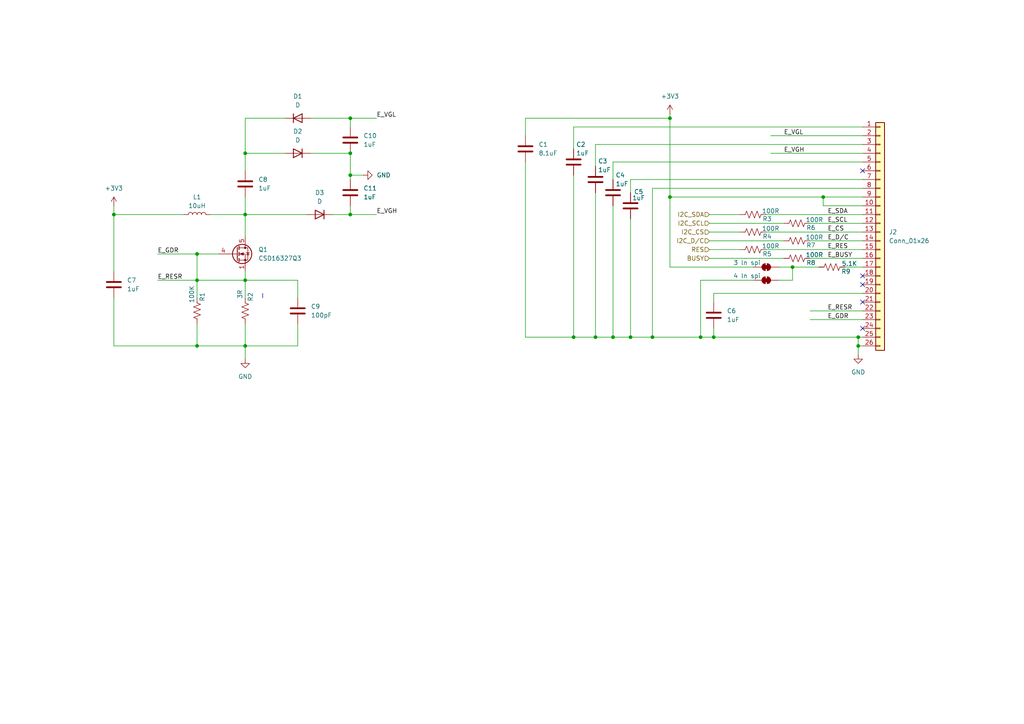
<source format=kicad_sch>
(kicad_sch (version 20231120) (generator "eeschema") (generator_version "8.0")
  (paper "A4")
  (lib_symbols
    (symbol "Connector_Generic:Conn_01x26" (pin_names (offset 1.016) hide)
      (property "Reference" "J" (at 0 33.02 0))
      (property "Value" "Conn_01x26" (at 0 -35.56 0))
      (symbol "Conn_01x26_1_1"
        (rectangle (start -1.27 -32.893) (end 0 -33.147) (stroke (width 0.1524)))
        (rectangle (start -1.27 -30.353) (end 0 -30.607) (stroke (width 0.1524)))
        (rectangle (start -1.27 -27.813) (end 0 -28.067) (stroke (width 0.1524)))
        (rectangle (start -1.27 -25.273) (end 0 -25.527) (stroke (width 0.1524)))
        (rectangle (start -1.27 -22.733) (end 0 -22.987) (stroke (width 0.1524)))
        (rectangle (start -1.27 -20.193) (end 0 -20.447) (stroke (width 0.1524)))
        (rectangle (start -1.27 -17.653) (end 0 -17.907) (stroke (width 0.1524)))
        (rectangle (start -1.27 -15.113) (end 0 -15.367) (stroke (width 0.1524)))
        (rectangle (start -1.27 -12.573) (end 0 -12.827) (stroke (width 0.1524)))
        (rectangle (start -1.27 -10.033) (end 0 -10.287) (stroke (width 0.1524)))
        (rectangle (start -1.27 -7.493) (end 0 -7.747) (stroke (width 0.1524)))
        (rectangle (start -1.27 -4.953) (end 0 -5.207) (stroke (width 0.1524)))
        (rectangle (start -1.27 -2.413) (end 0 -2.667) (stroke (width 0.1524)))
        (rectangle (start -1.27 0.127) (end 0 -0.127) (stroke (width 0.1524)))
        (rectangle (start -1.27 2.667) (end 0 2.413) (stroke (width 0.1524)))
        (rectangle (start -1.27 5.207) (end 0 4.953) (stroke (width 0.1524)))
        (rectangle (start -1.27 7.747) (end 0 7.493) (stroke (width 0.1524)))
        (rectangle (start -1.27 10.287) (end 0 10.033) (stroke (width 0.1524)))
        (rectangle (start -1.27 12.827) (end 0 12.573) (stroke (width 0.1524)))
        (rectangle (start -1.27 15.367) (end 0 15.113) (stroke (width 0.1524)))
        (rectangle (start -1.27 17.907) (end 0 17.653) (stroke (width 0.1524)))
        (rectangle (start -1.27 20.447) (end 0 20.193) (stroke (width 0.1524)))
        (rectangle (start -1.27 22.987) (end 0 22.733) (stroke (width 0.1524)))
        (rectangle (start -1.27 25.527) (end 0 25.273) (stroke (width 0.1524)))
        (rectangle (start -1.27 28.067) (end 0 27.813) (stroke (width 0.1524)))
        (rectangle (start -1.27 30.607) (end 0 30.353) (stroke (width 0.1524)))
        (rectangle (start -1.27 31.75) (end 1.27 -34.29) (stroke (width 0.254)) (fill (type background)))
        (pin passive line (at -5.08 30.48 0) (length 3.81) (name "Pin_1") (number "1"))
        (pin passive line (at -5.08 7.62 0) (length 3.81) (name "Pin_10") (number "10"))
        (pin passive line (at -5.08 5.08 0) (length 3.81) (name "Pin_11") (number "11"))
        (pin passive line (at -5.08 2.54 0) (length 3.81) (name "Pin_12") (number "12"))
        (pin passive line (at -5.08 0 0) (length 3.81) (name "Pin_13") (number "13"))
        (pin passive line (at -5.08 -2.54 0) (length 3.81) (name "Pin_14") (number "14"))
        (pin passive line (at -5.08 -5.08 0) (length 3.81) (name "Pin_15") (number "15"))
        (pin passive line (at -5.08 -7.62 0) (length 3.81) (name "Pin_16") (number "16"))
        (pin passive line (at -5.08 -10.16 0) (length 3.81) (name "Pin_17") (number "17"))
        (pin passive line (at -5.08 -12.7 0) (length 3.81) (name "Pin_18") (number "18"))
        (pin passive line (at -5.08 -15.24 0) (length 3.81) (name "Pin_19") (number "19"))
        (pin passive line (at -5.08 27.94 0) (length 3.81) (name "Pin_2") (number "2"))
        (pin passive line (at -5.08 -17.78 0) (length 3.81) (name "Pin_20") (number "20"))
        (pin passive line (at -5.08 -20.32 0) (length 3.81) (name "Pin_21") (number "21"))
        (pin passive line (at -5.08 -22.86 0) (length 3.81) (name "Pin_22") (number "22"))
        (pin passive line (at -5.08 -25.4 0) (length 3.81) (name "Pin_23") (number "23"))
        (pin passive line (at -5.08 -27.94 0) (length 3.81) (name "Pin_24") (number "24"))
        (pin passive line (at -5.08 -30.48 0) (length 3.81) (name "Pin_25") (number "25"))
        (pin passive line (at -5.08 -33.02 0) (length 3.81) (name "Pin_26") (number "26"))
        (pin passive line (at -5.08 25.4 0) (length 3.81) (name "Pin_3") (number "3"))
        (pin passive line (at -5.08 22.86 0) (length 3.81) (name "Pin_4") (number "4"))
        (pin passive line (at -5.08 20.32 0) (length 3.81) (name "Pin_5") (number "5"))
        (pin passive line (at -5.08 17.78 0) (length 3.81) (name "Pin_6") (number "6"))
        (pin passive line (at -5.08 15.24 0) (length 3.81) (name "Pin_7") (number "7"))
        (pin passive line (at -5.08 12.7 0) (length 3.81) (name "Pin_8") (number "8"))
        (pin passive line (at -5.08 10.16 0) (length 3.81) (name "Pin_9") (number "9"))
      )
    )
    (symbol "Device:C" (pin_numbers hide) (pin_names (offset 0.254))
      (property "Reference" "C" (at 0.635 2.54 0))
      (property "Value" "C" (at 0.635 -2.54 0))
      (symbol "C_0_1"
        (polyline (pts (xy -2.032 -0.762) (xy 2.032 -0.762)) (stroke (width 0.508)))
        (polyline (pts (xy -2.032 0.762) (xy 2.032 0.762)) (stroke (width 0.508)))
      )
      (symbol "C_1_1"
        (pin passive line (at 0 3.81 270) (length 2.794) (name "~") (number "1"))
        (pin passive line (at 0 -3.81 90) (length 2.794) (name "~") (number "2"))
      )
    )
    (symbol "Device:D" (pin_numbers hide) (pin_names (offset 1.016) hide)
      (property "Reference" "D" (at 0 2.54 0))
      (property "Value" "D" (at 0 -2.54 0))
      (symbol "D_0_1"
        (polyline (pts (xy -1.27 1.27) (xy -1.27 -1.27)) (stroke (width 0.254)))
        (polyline (pts (xy 1.27 0) (xy -1.27 0)))
        (polyline (pts (xy 1.27 1.27) (xy 1.27 -1.27) (xy -1.27 0) (xy 1.27 1.27)) (stroke (width 0.254)))
      )
      (symbol "D_1_1"
        (pin passive line (at -3.81 0 0) (length 2.54) (name "K") (number "1"))
        (pin passive line (at 3.81 0 180) (length 2.54) (name "A") (number "2"))
      )
    )
    (symbol "Device:L" (pin_numbers hide) (pin_names (offset 1.016) hide)
      (property "Reference" "L" (at -1.27 0 90))
      (property "Value" "L" (at 1.905 0 90))
      (symbol "L_0_1"
        (arc (start 0 -2.54) (mid 0.6323 -1.905) (end 0 -1.27))
        (arc (start 0 -1.27) (mid 0.6323 -0.635) (end 0 0))
        (arc (start 0 0) (mid 0.6323 0.635) (end 0 1.27))
        (arc (start 0 1.27) (mid 0.6323 1.905) (end 0 2.54))
      )
      (symbol "L_1_1"
        (pin passive line (at 0 3.81 270) (length 1.27) (name "1") (number "1"))
        (pin passive line (at 0 -3.81 90) (length 1.27) (name "2") (number "2"))
      )
    )
    (symbol "Device:R_US" (pin_numbers hide) (pin_names (offset 0))
      (property "Reference" "R" (at 2.54 0 90))
      (property "Value" "R_US" (at -2.54 0 90))
      (symbol "R_US_0_1"
        (polyline (pts (xy 0 -2.286) (xy 0 -2.54)))
        (polyline (pts (xy 0 2.286) (xy 0 2.54)))
        (polyline (pts (xy 0 -0.762) (xy 1.016 -1.143) (xy 0 -1.524) (xy -1.016 -1.905) (xy 0 -2.286)))
        (polyline (pts (xy 0 0.762) (xy 1.016 0.381) (xy 0 0) (xy -1.016 -0.381) (xy 0 -0.762)))
        (polyline (pts (xy 0 2.286) (xy 1.016 1.905) (xy 0 1.524) (xy -1.016 1.143) (xy 0 0.762)))
      )
      (symbol "R_US_1_1"
        (pin passive line (at 0 3.81 270) (length 1.27) (name "~") (number "1"))
        (pin passive line (at 0 -3.81 90) (length 1.27) (name "~") (number "2"))
      )
    )
    (symbol "Jumper:SolderJumper_2_Bridged" (pin_numbers hide) (pin_names (offset 0) hide) (exclude_from_sim yes) (in_bom no)
      (property "Reference" "JP" (at 0 2.032 0))
      (property "Value" "SolderJumper_2_Bridged" (at 0 -2.54 0))
      (symbol "SolderJumper_2_Bridged_0_1"
        (rectangle (start -0.508 0.508) (end 0.508 -0.508) (fill (type outline)))
        (arc (start -0.254 1.016) (mid -1.2656 0) (end -0.254 -1.016))
        (arc (start -0.254 1.016) (mid -1.2656 0) (end -0.254 -1.016) (fill (type outline)))
        (polyline (pts (xy -0.254 1.016) (xy -0.254 -1.016)))
        (polyline (pts (xy 0.254 1.016) (xy 0.254 -1.016)))
        (arc (start 0.254 -1.016) (mid 1.2656 0) (end 0.254 1.016))
        (arc (start 0.254 -1.016) (mid 1.2656 0) (end 0.254 1.016) (fill (type outline)))
      )
      (symbol "SolderJumper_2_Bridged_1_1"
        (pin passive line (at -3.81 0 0) (length 2.54) (name "A") (number "1"))
        (pin passive line (at 3.81 0 180) (length 2.54) (name "B") (number "2"))
      )
    )
    (symbol "Transistor_FET:CSD16327Q3" (pin_names hide)
      (property "Reference" "Q" (at 5.08 1.905 0))
      (property "Value" "CSD16327Q3" (at 5.08 0 0))
      (symbol "CSD16327Q3_0_1"
        (polyline (pts (xy 0.254 0) (xy -2.54 0)))
        (polyline (pts (xy 0.254 1.905) (xy 0.254 -1.905)) (stroke (width 0.254)))
        (polyline (pts (xy 0.762 -1.27) (xy 0.762 -2.286)) (stroke (width 0.254)))
        (polyline (pts (xy 0.762 0.508) (xy 0.762 -0.508)) (stroke (width 0.254)))
        (polyline (pts (xy 0.762 2.286) (xy 0.762 1.27)) (stroke (width 0.254)))
        (polyline (pts (xy 2.54 2.54) (xy 2.54 1.778)))
        (polyline (pts (xy 2.54 -2.54) (xy 2.54 0) (xy 0.762 0)))
        (polyline (pts (xy 0.762 -1.778) (xy 3.302 -1.778) (xy 3.302 1.778) (xy 0.762 1.778)))
        (polyline (pts (xy 1.016 0) (xy 2.032 0.381) (xy 2.032 -0.381) (xy 1.016 0)) (fill (type outline)))
        (polyline (pts (xy 2.794 0.508) (xy 2.921 0.381) (xy 3.683 0.381) (xy 3.81 0.254)))
        (polyline (pts (xy 3.302 0.381) (xy 2.921 -0.254) (xy 3.683 -0.254) (xy 3.302 0.381)))
        (circle (center 1.651 0) (radius 2.794) (stroke (width 0.254)))
        (circle (center 2.54 -1.778) (radius 0.254) (fill (type outline)))
        (circle (center 2.54 1.778) (radius 0.254) (fill (type outline)))
      )
      (symbol "CSD16327Q3_1_1"
        (pin passive line (at 2.54 -5.08 90) (length 2.54) (name "S") (number "1"))
        (pin passive line (at 2.54 -5.08 90) (length 2.54) hide (name "S") (number "2"))
        (pin passive line (at 2.54 -5.08 90) (length 2.54) hide (name "S") (number "3"))
        (pin passive line (at -5.08 0 0) (length 2.54) (name "G") (number "4"))
        (pin passive line (at 2.54 5.08 270) (length 2.54) (name "D") (number "5"))
      )
    )
    (symbol "power:+3V3" (power) (pin_numbers hide) (pin_names (offset 0) hide)
      (property "Value" "+3V3" (at 0 3.556 0))
      (symbol "+3V3_0_1"
        (polyline (pts (xy -0.762 1.27) (xy 0 2.54)))
        (polyline (pts (xy 0 0) (xy 0 2.54)))
        (polyline (pts (xy 0 2.54) (xy 0.762 1.27)))
      )
      (symbol "+3V3_1_1"
        (pin power_in line (at 0 0 90) (length 0) (name "~") (number "1"))
      )
    )
    (symbol "power:GND" (power) (pin_numbers hide) (pin_names (offset 0) hide)
      (property "Value" "GND" (at 0 -3.81 0))
      (symbol "GND_0_1"
        (polyline (pts (xy 0 0) (xy 0 -1.27) (xy 1.27 -1.27) (xy 0 -2.54) (xy -1.27 -1.27) (xy 0 -1.27)))
      )
      (symbol "GND_1_1"
        (pin power_in line (at 0 0 270) (length 0) (name "~") (number "1"))
      )
    )
  )
  (junction (at 189.23 97.79))
  (junction (at 248.92 97.79))
  (junction (at 229.87 77.47))
  (junction (at 101.6 62.23))
  (junction (at 166.37 97.79))
  (junction (at 71.12 100.33))
  (junction (at 57.15 73.66))
  (junction (at 182.88 97.79))
  (junction (at 101.6 44.45))
  (junction (at 57.15 100.33))
  (junction (at 238.76 57.15))
  (junction (at 71.12 44.45))
  (junction (at 101.6 34.29))
  (junction (at 57.15 81.28))
  (junction (at 71.12 62.23))
  (junction (at 207.01 97.79))
  (junction (at 177.8 97.79))
  (junction (at 33.02 62.23))
  (junction (at 101.6 50.8))
  (junction (at 172.72 97.79))
  (junction (at 194.31 34.29))
  (junction (at 71.12 81.28))
  (junction (at 248.92 100.33))
  (junction (at 203.2 97.79))
  (junction (at 194.31 57.15))
  (no_connect (at 250.19 95.25))
  (no_connect (at 250.19 87.63))
  (no_connect (at 250.19 49.53))
  (no_connect (at 250.19 80.01))
  (no_connect (at 250.19 82.55))
  (wire (pts (xy 71.12 49.53) (xy 71.12 44.45)))
  (wire (pts (xy 194.31 57.15) (xy 194.31 77.47)))
  (wire (pts (xy 248.92 100.33) (xy 248.92 102.87)))
  (wire (pts (xy 101.6 34.29) (xy 109.22 34.29)))
  (wire (pts (xy 172.72 41.91) (xy 250.19 41.91)))
  (wire (pts (xy 71.12 81.28) (xy 71.12 86.36)))
  (wire (pts (xy 166.37 97.79) (xy 172.72 97.79)))
  (wire (pts (xy 205.74 74.93) (xy 227.33 74.93)))
  (wire (pts (xy 207.01 97.79) (xy 248.92 97.79)))
  (wire (pts (xy 71.12 78.74) (xy 71.12 81.28)))
  (wire (pts (xy 33.02 59.69) (xy 33.02 62.23)))
  (wire (pts (xy 182.88 63.5) (xy 182.88 97.79)))
  (wire (pts (xy 203.2 97.79) (xy 207.01 97.79)))
  (wire (pts (xy 245.11 77.47) (xy 250.19 77.47)))
  (wire (pts (xy 205.74 67.31) (xy 214.63 67.31)))
  (wire (pts (xy 207.01 85.09) (xy 207.01 87.63)))
  (wire (pts (xy 238.76 59.69) (xy 250.19 59.69)))
  (wire (pts (xy 57.15 93.98) (xy 57.15 100.33)))
  (wire (pts (xy 177.8 97.79) (xy 182.88 97.79)))
  (wire (pts (xy 194.31 34.29) (xy 194.31 33.02)))
  (wire (pts (xy 152.4 39.37) (xy 152.4 34.29)))
  (wire (pts (xy 45.72 81.28) (xy 57.15 81.28)))
  (wire (pts (xy 57.15 81.28) (xy 57.15 86.36)))
  (wire (pts (xy 33.02 100.33) (xy 33.02 86.36)))
  (polyline (pts (xy 76.2 85.09) (xy 76.2 86.36)))
  (wire (pts (xy 166.37 36.83) (xy 250.19 36.83)))
  (wire (pts (xy 238.76 57.15) (xy 250.19 57.15)))
  (wire (pts (xy 101.6 34.29) (xy 101.6 36.83)))
  (wire (pts (xy 71.12 62.23) (xy 88.9 62.23)))
  (wire (pts (xy 57.15 100.33) (xy 71.12 100.33)))
  (wire (pts (xy 194.31 57.15) (xy 238.76 57.15)))
  (wire (pts (xy 223.52 44.45) (xy 250.19 44.45)))
  (wire (pts (xy 101.6 59.69) (xy 101.6 62.23)))
  (wire (pts (xy 86.36 93.98) (xy 86.36 100.33)))
  (wire (pts (xy 152.4 34.29) (xy 194.31 34.29)))
  (wire (pts (xy 250.19 100.33) (xy 248.92 100.33)))
  (wire (pts (xy 71.12 62.23) (xy 71.12 68.58)))
  (wire (pts (xy 90.17 34.29) (xy 101.6 34.29)))
  (wire (pts (xy 248.92 97.79) (xy 250.19 97.79)))
  (wire (pts (xy 57.15 73.66) (xy 63.5 73.66)))
  (wire (pts (xy 45.72 73.66) (xy 57.15 73.66)))
  (wire (pts (xy 177.8 46.99) (xy 250.19 46.99)))
  (wire (pts (xy 60.96 62.23) (xy 71.12 62.23)))
  (wire (pts (xy 234.95 74.93) (xy 250.19 74.93)))
  (wire (pts (xy 194.31 34.29) (xy 194.31 57.15)))
  (wire (pts (xy 71.12 57.15) (xy 71.12 62.23)))
  (wire (pts (xy 71.12 93.98) (xy 71.12 100.33)))
  (wire (pts (xy 250.19 85.09) (xy 207.01 85.09)))
  (wire (pts (xy 189.23 97.79) (xy 203.2 97.79)))
  (wire (pts (xy 182.88 97.79) (xy 189.23 97.79)))
  (wire (pts (xy 177.8 46.99) (xy 177.8 52.07)))
  (wire (pts (xy 71.12 44.45) (xy 71.12 34.29)))
  (wire (pts (xy 71.12 104.14) (xy 71.12 100.33)))
  (wire (pts (xy 207.01 95.25) (xy 207.01 97.79)))
  (wire (pts (xy 33.02 62.23) (xy 53.34 62.23)))
  (wire (pts (xy 182.88 52.07) (xy 250.19 52.07)))
  (wire (pts (xy 172.72 41.91) (xy 172.72 48.26)))
  (wire (pts (xy 238.76 57.15) (xy 238.76 59.69)))
  (wire (pts (xy 234.95 92.71) (xy 250.19 92.71)))
  (wire (pts (xy 152.4 46.99) (xy 152.4 97.79)))
  (wire (pts (xy 226.06 77.47) (xy 229.87 77.47)))
  (wire (pts (xy 71.12 81.28) (xy 86.36 81.28)))
  (wire (pts (xy 234.95 90.17) (xy 250.19 90.17)))
  (wire (pts (xy 101.6 50.8) (xy 105.41 50.8)))
  (wire (pts (xy 226.06 81.28) (xy 229.87 81.28)))
  (wire (pts (xy 222.25 72.39) (xy 250.19 72.39)))
  (wire (pts (xy 205.74 69.85) (xy 227.33 69.85)))
  (wire (pts (xy 71.12 100.33) (xy 86.36 100.33)))
  (wire (pts (xy 203.2 81.28) (xy 203.2 97.79)))
  (wire (pts (xy 234.95 64.77) (xy 250.19 64.77)))
  (wire (pts (xy 177.8 59.69) (xy 177.8 97.79)))
  (wire (pts (xy 166.37 36.83) (xy 166.37 43.18)))
  (wire (pts (xy 229.87 77.47) (xy 237.49 77.47)))
  (wire (pts (xy 223.52 39.37) (xy 250.19 39.37)))
  (wire (pts (xy 218.44 81.28) (xy 203.2 81.28)))
  (wire (pts (xy 205.74 64.77) (xy 227.33 64.77)))
  (wire (pts (xy 172.72 55.88) (xy 172.72 97.79)))
  (wire (pts (xy 90.17 44.45) (xy 101.6 44.45)))
  (wire (pts (xy 152.4 97.79) (xy 166.37 97.79)))
  (wire (pts (xy 86.36 81.28) (xy 86.36 86.36)))
  (wire (pts (xy 222.25 62.23) (xy 250.19 62.23)))
  (wire (pts (xy 71.12 44.45) (xy 82.55 44.45)))
  (wire (pts (xy 189.23 54.61) (xy 189.23 97.79)))
  (wire (pts (xy 194.31 77.47) (xy 218.44 77.47)))
  (wire (pts (xy 101.6 52.07) (xy 101.6 50.8)))
  (wire (pts (xy 248.92 97.79) (xy 248.92 100.33)))
  (wire (pts (xy 33.02 100.33) (xy 57.15 100.33)))
  (wire (pts (xy 33.02 62.23) (xy 33.02 78.74)))
  (wire (pts (xy 101.6 44.45) (xy 101.6 50.8)))
  (wire (pts (xy 222.25 67.31) (xy 250.19 67.31)))
  (wire (pts (xy 57.15 81.28) (xy 71.12 81.28)))
  (wire (pts (xy 71.12 34.29) (xy 82.55 34.29)))
  (wire (pts (xy 101.6 62.23) (xy 109.22 62.23)))
  (wire (pts (xy 57.15 73.66) (xy 57.15 81.28)))
  (wire (pts (xy 205.74 72.39) (xy 214.63 72.39)))
  (wire (pts (xy 229.87 77.47) (xy 229.87 81.28)))
  (wire (pts (xy 172.72 97.79) (xy 177.8 97.79)))
  (wire (pts (xy 189.23 54.61) (xy 250.19 54.61)))
  (wire (pts (xy 182.88 55.88) (xy 182.88 52.07)))
  (wire (pts (xy 234.95 69.85) (xy 250.19 69.85)))
  (wire (pts (xy 101.6 62.23) (xy 96.52 62.23)))
  (wire (pts (xy 205.74 62.23) (xy 214.63 62.23)))
  (wire (pts (xy 166.37 50.8) (xy 166.37 97.79)))
  (label "E_GDR" (at 45.72 73.66 0))
  (label "E_VGH" (at 109.22 62.23 0))
  (label "E_RESR" (at 45.72 81.28 0))
  (label "E_CS" (at 240.03 67.31 0))
  (label "E_VGL" (at 227.33 39.37 0))
  (label "E_RES" (at 240.03 72.39 0))
  (label "E_RESR" (at 240.03 90.17 0))
  (label "E_D{slash}C" (at 240.03 69.85 0))
  (label "E_SCL" (at 240.03 64.77 0))
  (label "E_VGL" (at 109.22 34.29 0))
  (label "E_BUSY" (at 240.03 74.93 0))
  (label "E_VGH" (at 227.33 44.45 0))
  (label "E_SDA" (at 240.03 62.23 0))
  (label "E_GDR" (at 240.03 92.71 0))
  (hierarchical_label "I2C_SCL" (shape input) (at 205.74 64.77 180))
  (hierarchical_label "I2C_CS" (shape input) (at 205.74 67.31 180))
  (hierarchical_label "I2C_D{slash}C" (shape input) (at 205.74 69.85 180))
  (hierarchical_label "I2C_SDA" (shape input) (at 205.74 62.23 180))
  (hierarchical_label "BUSY" (shape input) (at 205.74 74.93 180))
  (hierarchical_label "RES" (shape input) (at 205.74 72.39 180))
  (symbol (lib_id "Device:R_US") (at 231.14 64.77 90) (unit 1)
    (property "Reference" "R6" (at 235.204 66.04 90))
    (property "Value" "100R" (at 236.22 63.754 90))
    (property "Description" "Resistor, US symbol" (effects (hide yes)))
  )
  (symbol (lib_id "power:GND") (at 105.41 50.8 90) (unit 1)
    (property "Reference" "#PWR05" (effects (hide yes)))
    (property "Value" "GND" (at 109.22 50.7999 90) (effects (justify right)))
    (property "Description" "Power symbol creates a global label with name \"GND\" , ground" (effects (hide yes)))
  )
  (symbol (lib_id "Device:R_US") (at 71.12 90.17 180) (unit 1)
    (property "Reference" "R2" (at 72.644 86.106 90))
    (property "Value" "3R" (at 69.596 85.344 90))
    (property "Description" "Resistor, US symbol" (effects (hide yes)))
  )
  (symbol (lib_id "Device:C") (at 177.8 55.88 0) (unit 1)
    (property "Reference" "C4" (at 178.562 50.8 0) (effects (justify left)))
    (property "Value" "1uF" (at 178.562 53.34 0) (effects (justify left)))
    (property "Description" "Unpolarized capacitor" (effects (hide yes)))
  )
  (symbol (lib_id "Device:C") (at 182.88 59.69 0) (unit 1)
    (property "Reference" "C5" (at 183.896 55.626 0) (effects (justify left)))
    (property "Value" "1uF" (at 183.388 57.404 0) (effects (justify left)))
    (property "Description" "Unpolarized capacitor" (effects (hide yes)))
  )
  (symbol (lib_id "Device:R_US") (at 218.44 72.39 90) (unit 1)
    (property "Reference" "R5" (at 222.504 73.66 90))
    (property "Value" "100R" (at 223.52 71.374 90))
    (property "Description" "Resistor, US symbol" (effects (hide yes)))
  )
  (symbol (lib_id "Device:C") (at 101.6 40.64 0) (unit 1)
    (property "Reference" "C10" (at 105.41 39.3699 0) (effects (justify left)))
    (property "Value" "1uF" (at 105.41 41.9099 0) (effects (justify left)))
    (property "Description" "Unpolarized capacitor" (effects (hide yes)))
  )
  (symbol (lib_id "Device:R_US") (at 218.44 67.31 90) (unit 1)
    (property "Reference" "R4" (at 222.504 68.58 90))
    (property "Value" "100R" (at 223.52 66.294 90))
    (property "Description" "Resistor, US symbol" (effects (hide yes)))
  )
  (symbol (lib_id "Jumper:SolderJumper_2_Bridged") (at 222.25 77.47 0) (unit 1) (exclude_from_sim yes) (in_bom no)
    (property "Reference" "JP1" (effects (hide yes)))
    (property "Value" "3 ln spi" (at 216.662 76.2 0))
    (property "Description" "Solder Jumper, 2-pole, closed/bridged" (effects (hide yes)))
  )
  (symbol (lib_id "Device:C") (at 71.12 53.34 0) (unit 1)
    (property "Reference" "C8" (at 74.93 52.0699 0) (effects (justify left)))
    (property "Value" "1uF" (at 74.93 54.6099 0) (effects (justify left)))
    (property "Description" "Unpolarized capacitor" (effects (hide yes)))
  )
  (symbol (lib_id "Device:C") (at 207.01 91.44 0) (unit 1)
    (property "Reference" "C6" (at 210.82 90.1699 0) (effects (justify left)))
    (property "Value" "1uF" (at 210.82 92.7099 0) (effects (justify left)))
    (property "Description" "Unpolarized capacitor" (effects (hide yes)))
  )
  (symbol (lib_id "Device:R_US") (at 57.15 90.17 180) (unit 1)
    (property "Reference" "R1" (at 58.674 86.106 90))
    (property "Value" "100K" (at 55.626 85.344 90))
    (property "Description" "Resistor, US symbol" (effects (hide yes)))
  )
  (symbol (lib_id "Connector_Generic:Conn_01x26") (at 255.27 67.31 0) (unit 1)
    (property "Reference" "J2" (at 257.81 67.3099 0) (effects (justify left)))
    (property "Value" "Conn_01x26" (at 257.81 69.8499 0) (effects (justify left)))
    (property "Description" "Generic connector, single row, 01x26, script generated (kicad-library-utils/schlib/autogen/connector/)" (effects (hide yes)))
  )
  (symbol (lib_id "Transistor_FET:CSD16327Q3") (at 68.58 73.66 0) (unit 1)
    (property "Reference" "Q1" (at 74.93 72.3899 0) (effects (justify left)))
    (property "Value" "CSD16327Q3" (at 74.93 74.9299 0) (effects (justify left)))
    (property "Footprint" "Package_SON:VSON-8_3.3x3.3mm_P0.65mm_NexFET" (effects (hide yes)))
    (property "Datasheet" "https://www.ti.com/lit/ds/symlink/csd16327q3.pdf" (effects (hide yes)))
    (property "Description" "60A Id, 25V Vds, NexFET N-Channel Power MOSFET, 3.4mOhm Ron, Qg Typ 6.2nC, VSON-8 3.3x3.3mm" (effects (hide yes)))
  )
  (symbol (lib_id "Device:D") (at 86.36 34.29 0) (unit 1)
    (property "Reference" "D1" (at 86.36 27.94 0))
    (property "Value" "D" (at 86.36 30.48 0))
    (property "Description" "Diode" (effects (hide yes)))
    (property "Sim.Device" "D" (effects (hide yes)))
    (property "Sim.Pins" "1=K 2=A" (effects (hide yes)))
  )
  (symbol (lib_id "Device:C") (at 101.6 55.88 0) (unit 1)
    (property "Reference" "C11" (at 105.41 54.6099 0) (effects (justify left)))
    (property "Value" "1uF" (at 105.41 57.1499 0) (effects (justify left)))
    (property "Description" "Unpolarized capacitor" (effects (hide yes)))
  )
  (symbol (lib_id "power:+3V3") (at 33.02 59.69 0) (unit 1)
    (property "Reference" "#PWR02" (effects (hide yes)))
    (property "Value" "+3V3" (at 33.02 54.61 0))
    (property "Description" "Power symbol creates a global label with name \"+3V3\"" (effects (hide yes)))
  )
  (symbol (lib_id "power:GND") (at 248.92 102.87 0) (unit 1)
    (property "Reference" "#PWR03" (effects (hide yes)))
    (property "Value" "GND" (at 248.92 107.95 0))
    (property "Description" "Power symbol creates a global label with name \"GND\" , ground" (effects (hide yes)))
  )
  (symbol (lib_id "power:+3V3") (at 194.31 33.02 0) (unit 1)
    (property "Reference" "#PWR01" (effects (hide yes)))
    (property "Value" "+3V3" (at 194.31 27.94 0))
    (property "Description" "Power symbol creates a global label with name \"+3V3\"" (effects (hide yes)))
  )
  (symbol (lib_id "Jumper:SolderJumper_2_Bridged") (at 222.25 81.28 0) (unit 1) (exclude_from_sim yes) (in_bom no)
    (property "Reference" "JP2" (effects (hide yes)))
    (property "Value" "4 ln spi" (at 216.662 80.01 0))
    (property "Description" "Solder Jumper, 2-pole, closed/bridged" (effects (hide yes)))
  )
  (symbol (lib_id "Device:C") (at 152.4 43.18 180) (unit 1)
    (property "Reference" "C1" (at 156.21 41.9099 0) (effects (justify right)))
    (property "Value" "8.1uF" (at 156.21 44.4499 0) (effects (justify right)))
    (property "Description" "Unpolarized capacitor" (effects (hide yes)))
  )
  (symbol (lib_id "Device:L") (at 57.15 62.23 90) (unit 1)
    (property "Reference" "L1" (at 57.15 57.15 90))
    (property "Value" "10uH" (at 57.15 59.69 90))
    (property "Description" "Inductor" (effects (hide yes)))
  )
  (symbol (lib_id "Device:R_US") (at 231.14 69.85 90) (unit 1)
    (property "Reference" "R7" (at 235.204 71.12 90))
    (property "Value" "100R" (at 236.22 68.834 90))
    (property "Description" "Resistor, US symbol" (effects (hide yes)))
  )
  (symbol (lib_id "Device:R_US") (at 218.44 62.23 90) (unit 1)
    (property "Reference" "R3" (at 222.504 63.5 90))
    (property "Value" "100R" (at 223.52 61.214 90))
    (property "Description" "Resistor, US symbol" (effects (hide yes)))
  )
  (symbol (lib_id "Device:C") (at 172.72 52.07 0) (unit 1)
    (property "Reference" "C3" (at 173.482 46.736 0) (effects (justify left)))
    (property "Value" "1uF" (at 173.482 49.276 0) (effects (justify left)))
    (property "Description" "Unpolarized capacitor" (effects (hide yes)))
  )
  (symbol (lib_id "Device:C") (at 33.02 82.55 0) (unit 1)
    (property "Reference" "C7" (at 36.83 81.2799 0) (effects (justify left)))
    (property "Value" "1uF" (at 36.83 83.8199 0) (effects (justify left)))
    (property "Description" "Unpolarized capacitor" (effects (hide yes)))
  )
  (symbol (lib_id "Device:D") (at 92.71 62.23 180) (unit 1)
    (property "Reference" "D3" (at 92.71 55.88 0))
    (property "Value" "D" (at 92.71 58.42 0))
    (property "Description" "Diode" (effects (hide yes)))
    (property "Sim.Device" "D" (effects (hide yes)))
    (property "Sim.Pins" "1=K 2=A" (effects (hide yes)))
  )
  (symbol (lib_id "power:GND") (at 71.12 104.14 0) (unit 1)
    (property "Reference" "#PWR04" (effects (hide yes)))
    (property "Value" "GND" (at 71.12 109.22 0))
    (property "Description" "Power symbol creates a global label with name \"GND\" , ground" (effects (hide yes)))
  )
  (symbol (lib_id "Device:C") (at 166.37 46.99 0) (unit 1)
    (property "Reference" "C2" (at 167.132 41.91 0) (effects (justify left)))
    (property "Value" "1uF" (at 167.132 44.45 0) (effects (justify left)))
    (property "Description" "Unpolarized capacitor" (effects (hide yes)))
  )
  (symbol (lib_id "Device:C") (at 86.36 90.17 0) (unit 1)
    (property "Reference" "C9" (at 90.17 88.8999 0) (effects (justify left)))
    (property "Value" "100pF" (at 90.17 91.4399 0) (effects (justify left)))
    (property "Description" "Unpolarized capacitor" (effects (hide yes)))
  )
  (symbol (lib_id "Device:D") (at 86.36 44.45 180) (unit 1)
    (property "Reference" "D2" (at 86.36 38.1 0))
    (property "Value" "D" (at 86.36 40.64 0))
    (property "Description" "Diode" (effects (hide yes)))
    (property "Sim.Device" "D" (effects (hide yes)))
    (property "Sim.Pins" "1=K 2=A" (effects (hide yes)))
  )
  (symbol (lib_id "Device:R_US") (at 231.14 74.93 90) (unit 1)
    (property "Reference" "R8" (at 235.204 76.2 90))
    (property "Value" "100R" (at 236.22 73.914 90))
    (property "Description" "Resistor, US symbol" (effects (hide yes)))
  )
  (symbol (lib_id "Device:R_US") (at 241.3 77.47 90) (unit 1)
    (property "Reference" "R9" (at 245.364 78.74 90))
    (property "Value" "5.1K" (at 246.38 76.454 90))
    (property "Description" "Resistor, US symbol" (effects (hide yes)))
  )
)
</source>
